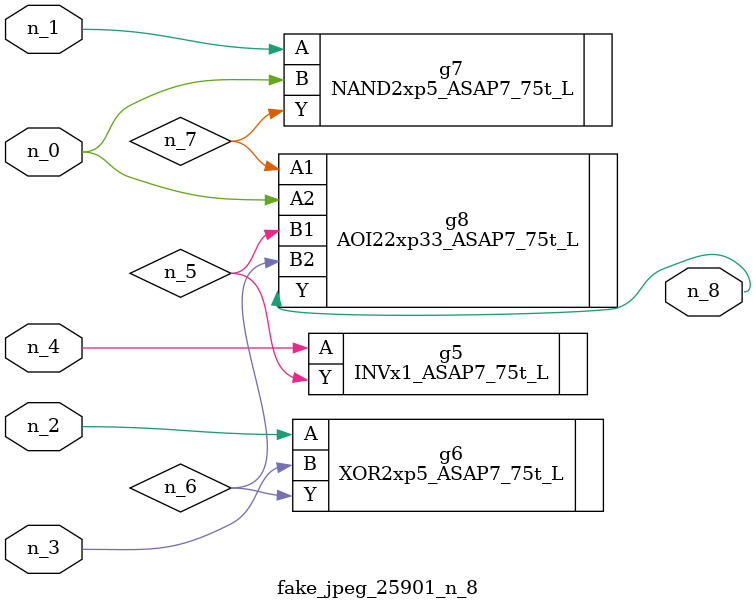
<source format=v>
module fake_jpeg_25901_n_8 (n_3, n_2, n_1, n_0, n_4, n_8);

input n_3;
input n_2;
input n_1;
input n_0;
input n_4;

output n_8;

wire n_6;
wire n_5;
wire n_7;

INVx1_ASAP7_75t_L g5 ( 
.A(n_4),
.Y(n_5)
);

XOR2xp5_ASAP7_75t_L g6 ( 
.A(n_2),
.B(n_3),
.Y(n_6)
);

NAND2xp5_ASAP7_75t_L g7 ( 
.A(n_1),
.B(n_0),
.Y(n_7)
);

AOI22xp33_ASAP7_75t_L g8 ( 
.A1(n_7),
.A2(n_0),
.B1(n_5),
.B2(n_6),
.Y(n_8)
);


endmodule
</source>
